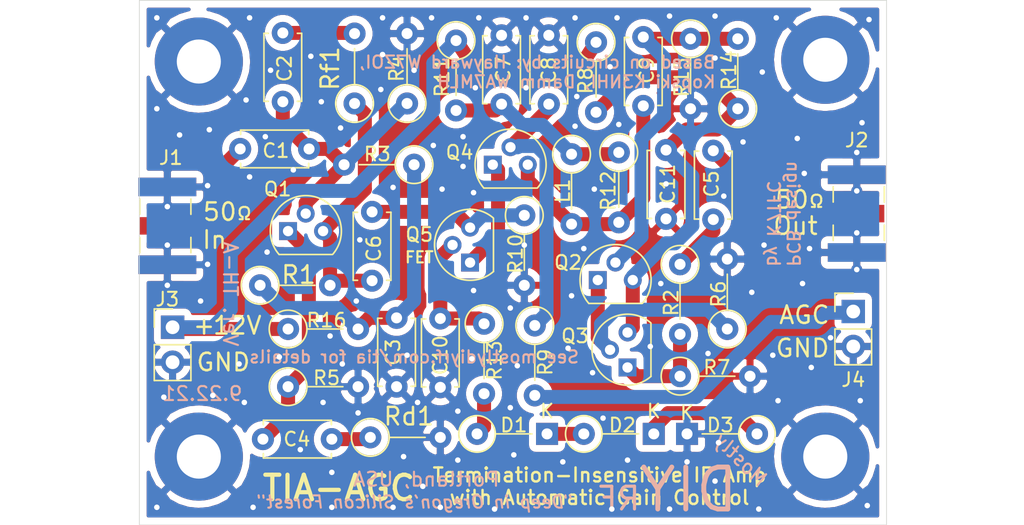
<source format=kicad_pcb>
(kicad_pcb (version 20171130) (host pcbnew 5.1.7-a382d34a8~88~ubuntu18.04.1)
  (layers (0 F.Cu signal) (31 B.Cu signal) (34 B.Paste user hide) (35 F.Paste user hide) (36 B.SilkS user hide) (37 F.SilkS user) (38 B.Mask user hide) (39 F.Mask user hide) (44 Edge.Cuts user))
  (net 0 "")
  (net 1 "Net-(C1-Pad2)")
  (net 2 "Net-(C1-Pad1)")
  (net 3 "Net-(C2-Pad2)")
  (net 4 "Net-(C3-Pad2)")
  (net 5 GND)
  (net 6 "Net-(C4-Pad2)")
  (net 7 "Net-(C4-Pad1)")
  (net 8 "Net-(C5-Pad2)")
  (net 9 "Net-(C5-Pad1)")
  (net 10 "Net-(C6-Pad2)")
  (net 11 "Net-(C6-Pad1)")
  (net 12 "Net-(C7-Pad2)")
  (net 13 "Net-(C8-Pad2)")
  (net 14 "Net-(C9-Pad2)")
  (net 15 "Net-(C9-Pad1)")
  (net 16 "Net-(C10-Pad1)")
  (net 17 "Net-(C11-Pad2)")
  (net 18 "Net-(D1-Pad2)")
  (net 19 "Net-(D1-Pad1)")
  (net 20 "Net-(D2-Pad1)")
  (net 21 +12V)
  (net 22 "Net-(J4-Pad1)")
  (net 23 "Net-(Q2-Pad1)")
  (net 24 "Net-(Q3-Pad1)")
  (net 25 "Net-(Q4-Pad1)")
  (module K7TFC:SMA_EdgeMount_0.062_Samtec (layer F.Cu) (at 84.201 67.056 270)
    (fp_text reference J1 (at -4.953 -0.254 180) (layer F.SilkS))
    (fp_text value Conn_01x02_Male)
    (pad 1 smd rect (at 0 0.2 270) (size 1.27 3.6) (layers F.Cu F.Paste F.Mask) (net 1 "Net-(C1-Pad2)"))
    (pad 2 smd rect (at 2.825 0 270) (size 1.35 4.2) (layers F.Cu F.Paste F.Mask) (net 5 GND))
    (pad 2 smd rect (at -2.825 0 270) (size 1.35 4.2) (layers F.Cu F.Paste F.Mask) (net 5 GND))
    (pad 2 smd rect (at 2.825 0 270) (size 1.35 4.2) (layers B.Cu B.Paste B.Mask) (net 5 GND))
    (pad 2 smd rect (at -2.825 0 270) (size 1.35 4.2) (layers B.Cu B.Paste B.Mask) (net 5 GND))
  )
  (module K7TFC:SMA_EdgeMount_0.062_Samtec (layer F.Cu) (at 134.239 66.167 90)
    (fp_text reference J2 (at 5.334 0) (layer F.SilkS))
    (fp_text value Conn_01x02_Male)
    (pad 1 smd rect (at 0 0.2 90) (size 1.27 3.6) (layers F.Cu F.Paste F.Mask) (net 9 "Net-(C5-Pad1)"))
    (pad 2 smd rect (at 2.825 0 90) (size 1.35 4.2) (layers F.Cu F.Paste F.Mask) (net 5 GND))
    (pad 2 smd rect (at -2.825 0 90) (size 1.35 4.2) (layers F.Cu F.Paste F.Mask) (net 5 GND))
    (pad 2 smd rect (at 2.825 0 90) (size 1.35 4.2) (layers B.Cu B.Paste B.Mask) (net 5 GND))
    (pad 2 smd rect (at -2.825 0 90) (size 1.35 4.2) (layers B.Cu B.Paste B.Mask) (net 5 GND))
  )
  (module MountingHole:MountingHole_3.2mm_M3_Pad (layer F.Cu) (at 86.487 83.82)
    (fp_text reference H3 hide)
    (fp_text value Mounting_Hole_4-40)
    (pad "" thru_hole circle (at 0 0) (size 6.4 6.4) (drill 3.200001) (layers *.Cu *.Mask) (net 5 GND))
  )
  (module MountingHole:MountingHole_3.2mm_M3_Pad (layer F.Cu) (at 131.953 83.82)
    (fp_text reference H4 hide)
    (fp_text value Mounting_Hole_4-40)
    (pad "" thru_hole circle (at 0 0) (size 6.4 6.4) (drill 3.200001) (layers *.Cu *.Mask) (net 5 GND))
  )
  (module K7TFC_Transistors:TO-92L_Pin2_Offset (layer F.Cu) (at 106.172 69.723 90)
    (fp_text reference Q5 (at 2.032 -3.683 180) (layer F.SilkS))
    (fp_text value J310)
    (pad 1 thru_hole rect (at 0 0 180) (size 1.3 1.3) (drill 0.75) (layers *.Cu *.Mask) (net 25 "Net-(Q4-Pad1)"))
    (pad 3 thru_hole circle (at 2.54 0 180) (size 1.3 1.3) (drill 0.75) (layers *.Cu *.Mask) (net 11 "Net-(C6-Pad1)"))
    (pad 2 thru_hole circle (at 1.28 -1.27 180) (size 1.3 1.3) (drill 0.75) (layers *.Cu *.Mask) (net 16 "Net-(C10-Pad1)"))
  )
  (module Resistor_THT:R_Axial_DIN0207_L6.3mm_D2.5mm_P5.08mm_Vertical (layer F.Cu) (at 113.538 61.849 270)
    (fp_text reference L1 (at 2.667 0.635 270) (layer F.SilkS))
    (fp_text value L)
    (pad 2 thru_hole oval (at 5.08 0 270) (size 1.6 1.6) (drill 0.8) (layers *.Cu *.Mask) (net 14 "Net-(C9-Pad2)"))
    (pad 1 thru_hole circle (at 0 0 270) (size 1.6 1.6) (drill 0.8) (layers *.Cu *.Mask) (net 12 "Net-(C7-Pad2)"))
  )
  (module Resistor_THT:R_Axial_DIN0207_L6.3mm_D2.5mm_P5.08mm_Vertical (layer F.Cu) (at 97.79 58.166 90)
    (fp_text reference Rf1 (at 2.54 -1.778 90) (layer F.SilkS) (effects (font (size 1.27 1.27) (thickness 0.1778))))
    (fp_text value 680)
    (pad 2 thru_hole oval (at 5.08 0 90) (size 1.6 1.6) (drill 0.8) (layers *.Cu *.Mask) (net 3 "Net-(C2-Pad2)"))
    (pad 1 thru_hole circle (at 0 0 90) (size 1.6 1.6) (drill 0.8) (layers *.Cu *.Mask) (net 10 "Net-(C6-Pad2)"))
  )
  (module Resistor_THT:R_Axial_DIN0207_L6.3mm_D2.5mm_P5.08mm_Vertical (layer F.Cu) (at 98.933 82.423)
    (fp_text reference Rd1 (at 2.794 -1.524) (layer F.SilkS) (effects (font (size 1.27 1.27) (thickness 0.1778))))
    (fp_text value 15)
    (pad 2 thru_hole oval (at 5.08 0) (size 1.6 1.6) (drill 0.8) (layers *.Cu *.Mask) (net 5 GND))
    (pad 1 thru_hole circle (at 0 0) (size 1.6 1.6) (drill 0.8) (layers *.Cu *.Mask) (net 7 "Net-(C4-Pad1)"))
  )
  (module Resistor_THT:R_Axial_DIN0207_L6.3mm_D2.5mm_P5.08mm_Vertical (layer F.Cu) (at 92.964 74.549)
    (fp_text reference R16 (at 2.794 -0.635) (layer F.SilkS))
    (fp_text value 10)
    (pad 2 thru_hole oval (at 5.08 0) (size 1.6 1.6) (drill 0.8) (layers *.Cu *.Mask) (net 4 "Net-(C3-Pad2)"))
    (pad 1 thru_hole circle (at 0 0) (size 1.6 1.6) (drill 0.8) (layers *.Cu *.Mask) (net 21 +12V))
  )
  (module Resistor_THT:R_Axial_DIN0207_L6.3mm_D2.5mm_P5.08mm_Vertical (layer F.Cu) (at 122.174 53.467 270)
    (fp_text reference R15 (at 2.794 0.635 90) (layer F.SilkS))
    (fp_text value 10K)
    (pad 2 thru_hole oval (at 5.08 0 270) (size 1.6 1.6) (drill 0.8) (layers *.Cu *.Mask) (net 5 GND))
    (pad 1 thru_hole circle (at 0 0 270) (size 1.6 1.6) (drill 0.8) (layers *.Cu *.Mask) (net 15 "Net-(C9-Pad1)"))
  )
  (module Resistor_THT:R_Axial_DIN0207_L6.3mm_D2.5mm_P5.08mm_Vertical (layer F.Cu) (at 125.603 58.547 90)
    (fp_text reference R14 (at 2.794 -0.635 90) (layer F.SilkS))
    (fp_text value 3.0K)
    (pad 2 thru_hole oval (at 5.08 0 90) (size 1.6 1.6) (drill 0.8) (layers *.Cu *.Mask) (net 15 "Net-(C9-Pad1)"))
    (pad 1 thru_hole circle (at 0 0 90) (size 1.6 1.6) (drill 0.8) (layers *.Cu *.Mask) (net 17 "Net-(C11-Pad2)"))
  )
  (module Resistor_THT:R_Axial_DIN0207_L6.3mm_D2.5mm_P5.08mm_Vertical (layer F.Cu) (at 107.188 74.168 270)
    (fp_text reference R13 (at 2.667 -0.762 90) (layer F.SilkS))
    (fp_text value 180)
    (pad 2 thru_hole oval (at 5.08 0 270) (size 1.6 1.6) (drill 0.8) (layers *.Cu *.Mask) (net 18 "Net-(D1-Pad2)"))
    (pad 1 thru_hole circle (at 0 0 270) (size 1.6 1.6) (drill 0.8) (layers *.Cu *.Mask) (net 16 "Net-(C10-Pad1)"))
  )
  (module Resistor_THT:R_Axial_DIN0207_L6.3mm_D2.5mm_P5.08mm_Vertical (layer F.Cu) (at 116.967 61.722 270)
    (fp_text reference R12 (at 2.794 0.762 90) (layer F.SilkS))
    (fp_text value 2.2K)
    (pad 2 thru_hole oval (at 5.08 0 270) (size 1.6 1.6) (drill 0.8) (layers *.Cu *.Mask) (net 14 "Net-(C9-Pad2)"))
    (pad 1 thru_hole circle (at 0 0 270) (size 1.6 1.6) (drill 0.8) (layers *.Cu *.Mask) (net 12 "Net-(C7-Pad2)"))
  )
  (module Resistor_THT:R_Axial_DIN0207_L6.3mm_D2.5mm_P5.08mm_Vertical (layer F.Cu) (at 105.156 53.594 270)
    (fp_text reference R11 (at 2.667 1.016 90) (layer F.SilkS))
    (fp_text value 47)
    (pad 2 thru_hole oval (at 5.08 0 270) (size 1.6 1.6) (drill 0.8) (layers *.Cu *.Mask) (net 12 "Net-(C7-Pad2)"))
    (pad 1 thru_hole circle (at 0 0 270) (size 1.6 1.6) (drill 0.8) (layers *.Cu *.Mask) (net 21 +12V))
  )
  (module Resistor_THT:R_Axial_DIN0207_L6.3mm_D2.5mm_P5.08mm_Vertical (layer F.Cu) (at 110.109 66.294 270)
    (fp_text reference R10 (at 2.794 0.635 90) (layer F.SilkS))
    (fp_text value 2.2K)
    (pad 2 thru_hole oval (at 5.08 0 270) (size 1.6 1.6) (drill 0.8) (layers *.Cu *.Mask) (net 5 GND))
    (pad 1 thru_hole circle (at 0 0 270) (size 1.6 1.6) (drill 0.8) (layers *.Cu *.Mask) (net 11 "Net-(C6-Pad1)"))
  )
  (module Resistor_THT:R_Axial_DIN0207_L6.3mm_D2.5mm_P5.08mm_Vertical (layer F.Cu) (at 110.871 74.295 270)
    (fp_text reference R9 (at 2.667 -0.762 90) (layer F.SilkS))
    (fp_text value 1K)
    (pad 2 thru_hole oval (at 5.08 0 270) (size 1.6 1.6) (drill 0.8) (layers *.Cu *.Mask) (net 22 "Net-(J4-Pad1)"))
    (pad 1 thru_hole circle (at 0 0 270) (size 1.6 1.6) (drill 0.8) (layers *.Cu *.Mask) (net 13 "Net-(C8-Pad2)"))
  )
  (module Resistor_THT:R_Axial_DIN0207_L6.3mm_D2.5mm_P5.08mm_Vertical (layer F.Cu) (at 115.316 53.721 270)
    (fp_text reference R8 (at 2.794 0.762 90) (layer F.SilkS))
    (fp_text value 10)
    (pad 2 thru_hole oval (at 5.08 0 270) (size 1.6 1.6) (drill 0.8) (layers *.Cu *.Mask) (net 17 "Net-(C11-Pad2)"))
    (pad 1 thru_hole circle (at 0 0 270) (size 1.6 1.6) (drill 0.8) (layers *.Cu *.Mask) (net 21 +12V))
  )
  (module Resistor_THT:R_Axial_DIN0207_L6.3mm_D2.5mm_P5.08mm_Vertical (layer F.Cu) (at 121.412 77.978)
    (fp_text reference R7 (at 2.667 -0.635) (layer F.SilkS))
    (fp_text value 470)
    (pad 2 thru_hole oval (at 5.08 0) (size 1.6 1.6) (drill 0.8) (layers *.Cu *.Mask) (net 5 GND))
    (pad 1 thru_hole circle (at 0 0) (size 1.6 1.6) (drill 0.8) (layers *.Cu *.Mask) (net 24 "Net-(Q3-Pad1)"))
  )
  (module Resistor_THT:R_Axial_DIN0207_L6.3mm_D2.5mm_P5.08mm_Vertical (layer F.Cu) (at 124.841 74.549 90)
    (fp_text reference R6 (at 2.54 -0.635 90) (layer F.SilkS))
    (fp_text value 2.2K)
    (pad 2 thru_hole oval (at 5.08 0 90) (size 1.6 1.6) (drill 0.8) (layers *.Cu *.Mask) (net 5 GND))
    (pad 1 thru_hole circle (at 0 0 90) (size 1.6 1.6) (drill 0.8) (layers *.Cu *.Mask) (net 23 "Net-(Q2-Pad1)"))
  )
  (module Resistor_THT:R_Axial_DIN0207_L6.3mm_D2.5mm_P5.08mm_Vertical (layer F.Cu) (at 92.964 78.74)
    (fp_text reference R5 (at 2.794 -0.635) (layer F.SilkS))
    (fp_text value 180)
    (pad 2 thru_hole oval (at 5.08 0) (size 1.6 1.6) (drill 0.8) (layers *.Cu *.Mask) (net 5 GND))
    (pad 1 thru_hole circle (at 0 0) (size 1.6 1.6) (drill 0.8) (layers *.Cu *.Mask) (net 6 "Net-(C4-Pad2)"))
  )
  (module Resistor_THT:R_Axial_DIN0207_L6.3mm_D2.5mm_P5.08mm_Vertical (layer F.Cu) (at 101.6 58.166 90)
    (fp_text reference R4 (at 2.54 -0.762 270) (layer F.SilkS))
    (fp_text value 2.2K)
    (pad 2 thru_hole oval (at 5.08 0 90) (size 1.6 1.6) (drill 0.8) (layers *.Cu *.Mask) (net 5 GND))
    (pad 1 thru_hole circle (at 0 0 90) (size 1.6 1.6) (drill 0.8) (layers *.Cu *.Mask) (net 2 "Net-(C1-Pad1)"))
  )
  (module Resistor_THT:R_Axial_DIN0207_L6.3mm_D2.5mm_P5.08mm_Vertical (layer F.Cu) (at 102.108 62.611 180)
    (fp_text reference R3 (at 2.667 0.762) (layer F.SilkS))
    (fp_text value 10K)
    (pad 2 thru_hole oval (at 5.08 0 180) (size 1.6 1.6) (drill 0.8) (layers *.Cu *.Mask) (net 2 "Net-(C1-Pad1)"))
    (pad 1 thru_hole circle (at 0 0 180) (size 1.6 1.6) (drill 0.8) (layers *.Cu *.Mask) (net 4 "Net-(C3-Pad2)"))
  )
  (module Resistor_THT:R_Axial_DIN0207_L6.3mm_D2.5mm_P5.08mm_Vertical (layer F.Cu) (at 121.412 69.85 270)
    (fp_text reference R2 (at 2.794 0.635 90) (layer F.SilkS))
    (fp_text value 47)
    (pad 2 thru_hole oval (at 5.08 0 270) (size 1.6 1.6) (drill 0.8) (layers *.Cu *.Mask) (net 24 "Net-(Q3-Pad1)"))
    (pad 1 thru_hole circle (at 0 0 270) (size 1.6 1.6) (drill 0.8) (layers *.Cu *.Mask) (net 8 "Net-(C5-Pad2)"))
  )
  (module Resistor_THT:R_Axial_DIN0207_L6.3mm_D2.5mm_P5.08mm_Vertical (layer F.Cu) (at 90.932 71.374)
    (fp_text reference R1 (at 2.794 -0.762) (layer F.SilkS) (effects (font (size 1.27 1.27) (thickness 0.1778))))
    (fp_text value 330)
    (pad 2 thru_hole oval (at 5.08 0) (size 1.6 1.6) (drill 0.8) (layers *.Cu *.Mask) (net 10 "Net-(C6-Pad2)"))
    (pad 1 thru_hole circle (at 0 0) (size 1.6 1.6) (drill 0.8) (layers *.Cu *.Mask) (net 4 "Net-(C3-Pad2)"))
  )
  (module K7TFC_Transistors:TO-92L_Pin2_Offset (layer F.Cu) (at 107.823 62.611)
    (fp_text reference Q4 (at -2.413 -0.889) (layer F.SilkS))
    (fp_text value 2N3904)
    (pad 1 thru_hole rect (at 0 0 90) (size 1.3 1.3) (drill 0.75) (layers *.Cu *.Mask) (net 25 "Net-(Q4-Pad1)"))
    (pad 3 thru_hole circle (at 2.54 0 90) (size 1.3 1.3) (drill 0.75) (layers *.Cu *.Mask) (net 14 "Net-(C9-Pad2)"))
    (pad 2 thru_hole circle (at 1.28 -1.27 90) (size 1.3 1.3) (drill 0.75) (layers *.Cu *.Mask) (net 13 "Net-(C8-Pad2)"))
  )
  (module K7TFC_Transistors:TO-92L_Pin2_Offset (layer F.Cu) (at 117.602 77.343 90)
    (fp_text reference Q3 (at 2.286 -3.81 180) (layer F.SilkS))
    (fp_text value 2N3904)
    (pad 1 thru_hole rect (at 0 0 180) (size 1.3 1.3) (drill 0.75) (layers *.Cu *.Mask) (net 24 "Net-(Q3-Pad1)"))
    (pad 3 thru_hole circle (at 2.54 0 180) (size 1.3 1.3) (drill 0.75) (layers *.Cu *.Mask) (net 17 "Net-(C11-Pad2)"))
    (pad 2 thru_hole circle (at 1.28 -1.27 180) (size 1.3 1.3) (drill 0.75) (layers *.Cu *.Mask) (net 23 "Net-(Q2-Pad1)"))
  )
  (module K7TFC_Transistors:TO-92L_Pin2_Offset (layer F.Cu) (at 115.443 70.993)
    (fp_text reference Q2 (at -2.159 -1.27) (layer F.SilkS))
    (fp_text value 2N3904)
    (pad 1 thru_hole rect (at 0 0 90) (size 1.3 1.3) (drill 0.75) (layers *.Cu *.Mask) (net 23 "Net-(Q2-Pad1)"))
    (pad 3 thru_hole circle (at 2.54 0 90) (size 1.3 1.3) (drill 0.75) (layers *.Cu *.Mask) (net 17 "Net-(C11-Pad2)"))
    (pad 2 thru_hole circle (at 1.28 -1.27 90) (size 1.3 1.3) (drill 0.75) (layers *.Cu *.Mask) (net 15 "Net-(C9-Pad1)"))
  )
  (module K7TFC_Transistors:TO-92L_Pin2_Offset (layer F.Cu) (at 92.964 67.437)
    (fp_text reference Q1 (at -0.762 -3.048) (layer F.SilkS))
    (fp_text value 2N3904)
    (pad 1 thru_hole rect (at 0 0 90) (size 1.3 1.3) (drill 0.75) (layers *.Cu *.Mask) (net 6 "Net-(C4-Pad2)"))
    (pad 3 thru_hole circle (at 2.54 0 90) (size 1.3 1.3) (drill 0.75) (layers *.Cu *.Mask) (net 10 "Net-(C6-Pad2)"))
    (pad 2 thru_hole circle (at 1.28 -1.27 90) (size 1.3 1.3) (drill 0.75) (layers *.Cu *.Mask) (net 2 "Net-(C1-Pad1)"))
  )
  (module Connector_PinHeader_2.54mm:PinHeader_1x02_P2.54mm_Vertical (layer F.Cu) (at 133.985 73.279)
    (fp_text reference J4 (at 0 4.953) (layer F.SilkS))
    (fp_text value Conn_01x02_Male)
    (pad 2 thru_hole oval (at 0 2.54) (size 1.7 1.7) (drill 1) (layers *.Cu *.Mask) (net 5 GND))
    (pad 1 thru_hole rect (at 0 0) (size 1.7 1.7) (drill 1) (layers *.Cu *.Mask) (net 22 "Net-(J4-Pad1)"))
  )
  (module Connector_PinHeader_2.54mm:PinHeader_1x02_P2.54mm_Vertical (layer F.Cu) (at 84.582 74.422)
    (fp_text reference J3 (at -0.381 -2.032) (layer F.SilkS))
    (fp_text value Conn_01x02_Male)
    (pad 2 thru_hole oval (at 0 2.54) (size 1.7 1.7) (drill 1) (layers *.Cu *.Mask) (net 5 GND))
    (pad 1 thru_hole rect (at 0 0) (size 1.7 1.7) (drill 1) (layers *.Cu *.Mask) (net 21 +12V))
  )
  (module Diode_THT:D_DO-35_SOD27_P5.08mm_Vertical_KathodeUp (layer F.Cu) (at 121.92 82.169)
    (fp_text reference D3 (at 2.413 -0.635) (layer F.SilkS))
    (fp_text value D)
    (fp_text user K (at 0 -1.524) (layer F.SilkS))
    (pad 2 thru_hole oval (at 5.08 0) (size 1.6 1.6) (drill 0.8) (layers *.Cu *.Mask) (net 20 "Net-(D2-Pad1)"))
    (pad 1 thru_hole rect (at 0 0) (size 1.6 1.6) (drill 0.8) (layers *.Cu *.Mask) (net 5 GND))
  )
  (module Diode_THT:D_DO-35_SOD27_P5.08mm_Vertical_KathodeUp (layer F.Cu) (at 119.507 82.169 180)
    (fp_text reference D2 (at 2.286 0.635) (layer F.SilkS))
    (fp_text value D)
    (fp_text user K (at 0 1.651) (layer F.SilkS))
    (pad 2 thru_hole oval (at 5.08 0 180) (size 1.6 1.6) (drill 0.8) (layers *.Cu *.Mask) (net 19 "Net-(D1-Pad1)"))
    (pad 1 thru_hole rect (at 0 0 180) (size 1.6 1.6) (drill 0.8) (layers *.Cu *.Mask) (net 20 "Net-(D2-Pad1)"))
  )
  (module Diode_THT:D_DO-35_SOD27_P5.08mm_Vertical_KathodeUp (layer F.Cu) (at 111.76 82.169 180)
    (fp_text reference D1 (at 2.413 0.635) (layer F.SilkS))
    (fp_text value D)
    (fp_text user K (at 0 1.651) (layer F.SilkS))
    (pad 2 thru_hole oval (at 5.08 0 180) (size 1.6 1.6) (drill 0.8) (layers *.Cu *.Mask) (net 18 "Net-(D1-Pad2)"))
    (pad 1 thru_hole rect (at 0 0 180) (size 1.6 1.6) (drill 0.8) (layers *.Cu *.Mask) (net 19 "Net-(D1-Pad1)"))
  )
  (module K7TFC_Passives:Ceramic_Disk_Capacitor_P5.00mm (layer F.Cu) (at 120.396 66.548 90)
    (fp_text reference C11 (at 2.54 0.127 90) (layer F.SilkS))
    (fp_text value 0.10)
    (pad 2 thru_hole circle (at 5 0 90) (size 1.6 1.6) (drill 0.8) (layers *.Cu *.Mask) (net 17 "Net-(C11-Pad2)"))
    (pad 1 thru_hole circle (at 0 0 90) (size 1.6 1.6) (drill 0.8) (layers *.Cu *.Mask) (net 5 GND))
  )
  (module K7TFC_Passives:Ceramic_Disk_Capacitor_P5.00mm (layer F.Cu) (at 104.013 73.787 270)
    (fp_text reference C10 (at 2.667 0 90) (layer F.SilkS))
    (fp_text value 0.10)
    (pad 2 thru_hole circle (at 5 0 270) (size 1.6 1.6) (drill 0.8) (layers *.Cu *.Mask) (net 5 GND))
    (pad 1 thru_hole circle (at 0 0 270) (size 1.6 1.6) (drill 0.8) (layers *.Cu *.Mask) (net 16 "Net-(C10-Pad1)"))
  )
  (module K7TFC_Passives:Ceramic_Disk_Capacitor_P5.00mm (layer F.Cu) (at 118.745 53.34 270)
    (fp_text reference C9 (at 2.413 -0.254 90) (layer F.SilkS))
    (fp_text value 0.10)
    (pad 2 thru_hole circle (at 5 0 270) (size 1.6 1.6) (drill 0.8) (layers *.Cu *.Mask) (net 14 "Net-(C9-Pad2)"))
    (pad 1 thru_hole circle (at 0 0 270) (size 1.6 1.6) (drill 0.8) (layers *.Cu *.Mask) (net 15 "Net-(C9-Pad1)"))
  )
  (module K7TFC_Passives:Ceramic_Disk_Capacitor_P5.00mm (layer F.Cu) (at 111.887 53.213 270)
    (fp_text reference C8 (at 2.54 0 90) (layer F.SilkS))
    (fp_text value 0.10)
    (pad 2 thru_hole circle (at 5 0 270) (size 1.6 1.6) (drill 0.8) (layers *.Cu *.Mask) (net 13 "Net-(C8-Pad2)"))
    (pad 1 thru_hole circle (at 0 0 270) (size 1.6 1.6) (drill 0.8) (layers *.Cu *.Mask) (net 5 GND))
  )
  (module K7TFC_Passives:Ceramic_Disk_Capacitor_P5.00mm (layer F.Cu) (at 108.458 53.213 270)
    (fp_text reference C7 (at 2.5 -0.127 90) (layer F.SilkS))
    (fp_text value 0.10)
    (pad 2 thru_hole circle (at 5 0 270) (size 1.6 1.6) (drill 0.8) (layers *.Cu *.Mask) (net 12 "Net-(C7-Pad2)"))
    (pad 1 thru_hole circle (at 0 0 270) (size 1.6 1.6) (drill 0.8) (layers *.Cu *.Mask) (net 5 GND))
  )
  (module K7TFC_Passives:Ceramic_Disk_Capacitor_P5.00mm (layer F.Cu) (at 99.06 66.04 270)
    (fp_text reference C6 (at 2.667 -0.127 90) (layer F.SilkS))
    (fp_text value 0.10)
    (pad 2 thru_hole circle (at 5 0 270) (size 1.6 1.6) (drill 0.8) (layers *.Cu *.Mask) (net 10 "Net-(C6-Pad2)"))
    (pad 1 thru_hole circle (at 0 0 270) (size 1.6 1.6) (drill 0.8) (layers *.Cu *.Mask) (net 11 "Net-(C6-Pad1)"))
  )
  (module K7TFC_Passives:Ceramic_Disk_Capacitor_P5.00mm (layer F.Cu) (at 123.825 61.595 270)
    (fp_text reference C5 (at 2.413 0.127 90) (layer F.SilkS))
    (fp_text value 0.10)
    (pad 2 thru_hole circle (at 5 0 270) (size 1.6 1.6) (drill 0.8) (layers *.Cu *.Mask) (net 8 "Net-(C5-Pad2)"))
    (pad 1 thru_hole circle (at 0 0 270) (size 1.6 1.6) (drill 0.8) (layers *.Cu *.Mask) (net 9 "Net-(C5-Pad1)"))
  )
  (module K7TFC_Passives:Ceramic_Disk_Capacitor_P5.00mm (layer F.Cu) (at 96.139 82.55 180)
    (fp_text reference C4 (at 2.54 0) (layer F.SilkS))
    (fp_text value 0.10)
    (pad 2 thru_hole circle (at 5 0 180) (size 1.6 1.6) (drill 0.8) (layers *.Cu *.Mask) (net 6 "Net-(C4-Pad2)"))
    (pad 1 thru_hole circle (at 0 0 180) (size 1.6 1.6) (drill 0.8) (layers *.Cu *.Mask) (net 7 "Net-(C4-Pad1)"))
  )
  (module K7TFC_Passives:Ceramic_Disk_Capacitor_P5.00mm (layer F.Cu) (at 100.838 78.74 90)
    (fp_text reference C3 (at 2.5 -0.254 90) (layer F.SilkS))
    (fp_text value 0.10)
    (pad 2 thru_hole circle (at 5 0 90) (size 1.6 1.6) (drill 0.8) (layers *.Cu *.Mask) (net 4 "Net-(C3-Pad2)"))
    (pad 1 thru_hole circle (at 0 0 90) (size 1.6 1.6) (drill 0.8) (layers *.Cu *.Mask) (net 5 GND))
  )
  (module K7TFC_Passives:Ceramic_Disk_Capacitor_P5.00mm (layer F.Cu) (at 92.583 58.039 90)
    (fp_text reference C2 (at 2.413 0.127 90) (layer F.SilkS))
    (fp_text value 0.10)
    (pad 2 thru_hole circle (at 5 0 90) (size 1.6 1.6) (drill 0.8) (layers *.Cu *.Mask) (net 3 "Net-(C2-Pad2)"))
    (pad 1 thru_hole circle (at 0 0 90) (size 1.6 1.6) (drill 0.8) (layers *.Cu *.Mask) (net 2 "Net-(C1-Pad1)"))
  )
  (module K7TFC_Passives:Ceramic_Disk_Capacitor_P5.00mm (layer F.Cu) (at 94.488 61.468 180)
    (fp_text reference C1 (at 2.413 -0.127) (layer F.SilkS))
    (fp_text value 0.10)
    (pad 2 thru_hole circle (at 5 0 180) (size 1.6 1.6) (drill 0.8) (layers *.Cu *.Mask) (net 1 "Net-(C1-Pad2)"))
    (pad 1 thru_hole circle (at 0 0 180) (size 1.6 1.6) (drill 0.8) (layers *.Cu *.Mask) (net 2 "Net-(C1-Pad1)"))
  )
  (module MountingHole:MountingHole_3.2mm_M3_Pad (layer F.Cu) (at 131.953 54.991)
    (fp_text reference H2 hide)
    (fp_text value Mounting_Hole_4-40)
    (pad "" thru_hole circle (at 0 0) (size 6.4 6.4) (drill 3.200001) (layers *.Cu *.Mask) (net 5 GND))
  )
  (module MountingHole:MountingHole_3.2mm_M3_Pad (layer F.Cu) (at 86.487 55.118)
    (fp_text reference H1 hide)
    (fp_text value Mounting_Hole_4-40)
    (pad "" thru_hole circle (at 0 0) (size 6.4 6.4) (drill 3.200001) (layers *.Cu *.Mask) (net 5 GND))
  )
  (gr_text GND (at 130.302 75.946) (layer F.SilkS) (effects (font (size 1.27 1.27) (thickness 0.1778))))
  (gr_text GND (at 88.265 76.962) (layer F.SilkS) (effects (font (size 1.27 1.27) (thickness 0.1778))))
  (gr_text "\"Deep in Oregon's Silicon Forest\"" (at 102.235 87.122) (layer B.SilkS) (effects (font (size 0.889 0.889) (thickness 0.1524) italic) (justify mirror)))
  (gr_text "Portland, USA" (at 102.997 85.471) (layer B.SilkS) (effects (font (size 1.016 1.016) (thickness 0.1524)) (justify mirror)))
  (gr_line (start 82.169 88.773) (end 82.169 50.673) (layer Edge.Cuts) (width 0.05))
  (gr_line (start 136.398 88.773) (end 82.169 88.773) (layer Edge.Cuts) (width 0.05))
  (gr_line (start 136.398 50.673) (end 136.398 88.773) (layer Edge.Cuts) (width 0.05))
  (gr_line (start 82.169 50.673) (end 136.398 50.673) (layer Edge.Cuts) (width 0.05))
  (gr_text "Ver. TH-A" (at 88.773 72.009 270) (layer B.SilkS) (effects (font (size 1.016 1.016) (thickness 0.1524)) (justify mirror)))
  (gr_text 9.22.21 (at 86.741 79.248) (layer B.SilkS) (effects (font (size 1.016 1.016) (thickness 0.1524)) (justify mirror)))
  (gr_text "PCB design\nby K7TFC" (at 128.905 70.104 270) (layer B.SilkS) (effects (font (size 0.889 0.889) (thickness 0.1524)) (justify left mirror)))
  (gr_text "See mostlydiyrf.com/tia for details" (at 102.108 76.581) (layer B.SilkS) (effects (font (size 0.889 0.889) (thickness 0.1524)) (justify mirror)))
  (gr_text Mostly (at 125.857 84.074 -45) (layer B.SilkS) (effects (font (size 1 1) (thickness 0.1524) italic) (justify mirror)))
  (gr_text RF (at 116.967 86.868) (layer B.SilkS) (effects (font (size 1.651 1.651) (thickness 0.2286)) (justify mirror)))
  (gr_text DIY (at 122.047 86.233) (layer B.SilkS) (effects (font (size 3.048 3.048) (thickness 0.3556)) (justify mirror)))
  (gr_text "Based on circuits by: Hayward W7ZOI,\nKopski K3NHI, Damm WA7MLH" (at 124.079 55.88) (layer B.SilkS) (effects (font (size 0.889 0.889) (thickness 0.1524)) (justify left mirror)))
  (gr_text AGC (at 130.429 73.533) (layer F.SilkS) (effects (font (size 1.27 1.27) (thickness 0.1778))))
  (gr_text Out (at 129.794 67.056) (layer F.SilkS) (effects (font (size 1.27 1.27) (thickness 0.1778))))
  (gr_text Ω (at 131.318 65.278) (layer F.SilkS) (effects (font (size 0.889 0.889) (thickness 0.1524))))
  (gr_text 50 (at 129.54 65.151) (layer F.SilkS) (effects (font (size 1.27 1.27) (thickness 0.1778))))
  (gr_text + (at 86.868 74.295) (layer F.SilkS) (effects (font (size 1.27 1.27) (thickness 0.1778))))
  (gr_text Ω (at 89.789 66.167) (layer F.SilkS) (effects (font (size 0.889 0.889) (thickness 0.1524))))
  (gr_text 50 (at 88.011 66.04) (layer F.SilkS) (effects (font (size 1.27 1.27) (thickness 0.1778))))
  (gr_text 12V (at 89.281 74.295) (layer F.SilkS) (effects (font (size 1.27 1.27) (thickness 0.1778))))
  (gr_text In (at 87.63 68.072) (layer F.SilkS) (effects (font (size 1.27 1.27) (thickness 0.1778))))
  (gr_text "Termination-Insensitive IF Amp\nwith Automatic Gain Control" (at 115.57 85.979) (layer F.SilkS) (effects (font (size 1.016 1.016) (thickness 0.1778))))
  (gr_text TIA-AGC (at 96.647 86.106) (layer F.SilkS) (effects (font (size 1.778 1.778) (thickness 0.3048))))
  (gr_text FET (at 102.489 69.342) (layer F.SilkS) (effects (font (size 0.8128 0.8128) (thickness 0.1524))))
  (segment (start 92.583 59.563) (end 94.488 61.468) (width 1.016) (layer F.Cu) (net 2))
  (segment (start 92.583 58.039) (end 92.583 59.563) (width 1.016) (layer F.Cu) (net 2))
  (segment (start 95.885 61.468) (end 97.028 62.611) (width 1.016) (layer F.Cu) (net 2))
  (segment (start 94.488 61.468) (end 95.885 61.468) (width 1.016) (layer F.Cu) (net 2))
  (segment (start 94.244 65.395) (end 97.028 62.611) (width 1.016) (layer F.Cu) (net 2))
  (segment (start 94.244 66.167) (end 94.244 65.395) (width 1.016) (layer F.Cu) (net 2))
  (segment (start 101.473 58.166) (end 97.028 62.611) (width 1.016) (layer B.Cu) (net 2))
  (segment (start 101.6 58.166) (end 101.473 58.166) (width 1.016) (layer B.Cu) (net 2))
  (segment (start 97.743 53.039) (end 97.79 53.086) (width 1.016) (layer F.Cu) (net 3))
  (segment (start 92.583 53.039) (end 97.743 53.039) (width 1.016) (layer F.Cu) (net 3))
  (segment (start 98.853 73.74) (end 98.044 74.549) (width 1.016) (layer F.Cu) (net 4))
  (segment (start 100.838 73.74) (end 98.853 73.74) (width 1.016) (layer F.Cu) (net 4))
  (segment (start 90.932 71.374) (end 91.059 71.247) (width 1.016) (layer B.Cu) (net 4))
  (segment (start 102.108 72.47) (end 100.838 73.74) (width 1.016) (layer B.Cu) (net 4))
  (segment (start 102.108 62.611) (end 102.108 72.47) (width 1.016) (layer B.Cu) (net 4))
  (segment (start 96.52 73.025) (end 98.044 74.549) (width 1.016) (layer B.Cu) (net 4))
  (segment (start 90.932 71.374) (end 92.583 73.025) (width 1.016) (layer B.Cu) (net 4))
  (segment (start 92.583 73.025) (end 96.52 73.025) (width 1.016) (layer B.Cu) (net 4))
  (via (at 120.396 64.008) (size 0.8) (drill 0.4) (layers F.Cu B.Cu) (net 5))
  (via (at 119.253 75.819) (size 0.8) (drill 0.4) (layers F.Cu B.Cu) (net 5))
  (via (at 123.444 76.327) (size 0.8) (drill 0.4) (layers F.Cu B.Cu) (net 5))
  (via (at 104.14 64.389) (size 0.8) (drill 0.4) (layers F.Cu B.Cu) (net 5))
  (via (at 105.664 60.579) (size 0.8) (drill 0.4) (layers F.Cu B.Cu) (net 5))
  (via (at 106.426 64.643) (size 0.8) (drill 0.4) (layers F.Cu B.Cu) (net 5))
  (via (at 103.505 61.214) (size 0.8) (drill 0.4) (layers F.Cu B.Cu) (net 5))
  (via (at 90.17 51.943) (size 0.8) (drill 0.4) (layers F.Cu B.Cu) (net 5))
  (via (at 99.822 51.943) (size 0.8) (drill 0.4) (layers F.Cu B.Cu) (net 5))
  (via (at 103.378 51.943) (size 0.8) (drill 0.4) (layers F.Cu B.Cu) (net 5))
  (via (at 106.807 51.943) (size 0.8) (drill 0.4) (layers F.Cu B.Cu) (net 5))
  (via (at 110.236 51.943) (size 0.8) (drill 0.4) (layers F.Cu B.Cu) (net 5))
  (via (at 113.792 51.943) (size 0.8) (drill 0.4) (layers F.Cu B.Cu) (net 5))
  (via (at 116.84 51.943) (size 0.8) (drill 0.4) (layers F.Cu B.Cu) (net 5))
  (via (at 94.615 54.737) (size 0.8) (drill 0.4) (layers F.Cu B.Cu) (net 5))
  (via (at 99.822 54.61) (size 0.8) (drill 0.4) (layers F.Cu B.Cu) (net 5))
  (via (at 95.377 58.039) (size 0.8) (drill 0.4) (layers F.Cu B.Cu) (net 5))
  (via (at 96.774 59.944) (size 0.8) (drill 0.4) (layers F.Cu B.Cu) (net 5))
  (via (at 99.695 57.15) (size 0.8) (drill 0.4) (layers F.Cu B.Cu) (net 5))
  (via (at 102.108 55.753) (size 0.8) (drill 0.4) (layers F.Cu B.Cu) (net 5))
  (via (at 106.553 57.023) (size 0.8) (drill 0.4) (layers F.Cu B.Cu) (net 5))
  (via (at 110.236 57.023) (size 0.8) (drill 0.4) (layers F.Cu B.Cu) (net 5))
  (via (at 113.919 57.658) (size 0.8) (drill 0.4) (layers F.Cu B.Cu) (net 5))
  (via (at 116.332 55.499) (size 0.8) (drill 0.4) (layers F.Cu B.Cu) (net 5))
  (via (at 120.65 51.816) (size 0.8) (drill 0.4) (layers F.Cu B.Cu) (net 5))
  (via (at 123.952 51.816) (size 0.8) (drill 0.4) (layers F.Cu B.Cu) (net 5))
  (via (at 116.967 59.69) (size 0.8) (drill 0.4) (layers F.Cu B.Cu) (net 5))
  (via (at 113.792 59.817) (size 0.8) (drill 0.4) (layers F.Cu B.Cu) (net 5))
  (via (at 105.664 62.738) (size 0.8) (drill 0.4) (layers F.Cu B.Cu) (net 5))
  (via (at 91.694 55.753) (size 0.8) (drill 0.4) (layers F.Cu B.Cu) (net 5))
  (via (at 89.916 57.912) (size 0.8) (drill 0.4) (layers F.Cu B.Cu) (net 5))
  (via (at 91.313 60.579) (size 0.8) (drill 0.4) (layers F.Cu B.Cu) (net 5))
  (via (at 87.249 60.071) (size 0.8) (drill 0.4) (layers F.Cu B.Cu) (net 5))
  (via (at 85.09 60.452) (size 0.8) (drill 0.4) (layers F.Cu B.Cu) (net 5))
  (via (at 90.17 63.5) (size 0.8) (drill 0.4) (layers F.Cu B.Cu) (net 5))
  (via (at 87.122 64.135) (size 0.8) (drill 0.4) (layers F.Cu B.Cu) (net 5))
  (via (at 93.345 62.992) (size 0.8) (drill 0.4) (layers F.Cu B.Cu) (net 5))
  (via (at 84.201 65.659) (size 0.8) (drill 0.4) (layers F.Cu B.Cu) (net 5))
  (via (at 84.201 68.453) (size 0.8) (drill 0.4) (layers F.Cu B.Cu) (net 5))
  (via (at 84.201 71.374) (size 0.8) (drill 0.4) (layers F.Cu B.Cu) (net 5))
  (via (at 86.614 72.517) (size 0.8) (drill 0.4) (layers F.Cu B.Cu) (net 5))
  (via (at 87.503 79.375) (size 0.8) (drill 0.4) (layers F.Cu B.Cu) (net 5))
  (via (at 83.947 79.502) (size 0.8) (drill 0.4) (layers F.Cu B.Cu) (net 5))
  (via (at 89.408 77.089) (size 0.8) (drill 0.4) (layers F.Cu B.Cu) (net 5))
  (via (at 92.329 76.581) (size 0.8) (drill 0.4) (layers F.Cu B.Cu) (net 5))
  (via (at 89.789 79.883) (size 0.8) (drill 0.4) (layers F.Cu B.Cu) (net 5))
  (via (at 83.439 87.503) (size 0.8) (drill 0.4) (layers F.Cu B.Cu) (net 5))
  (via (at 95.504 79.883) (size 0.8) (drill 0.4) (layers F.Cu B.Cu) (net 5))
  (via (at 90.424 87.503) (size 0.8) (drill 0.4) (layers F.Cu B.Cu) (net 5))
  (via (at 96.139 87.503) (size 0.8) (drill 0.4) (layers F.Cu B.Cu) (net 5))
  (via (at 100.584 87.503) (size 0.8) (drill 0.4) (layers F.Cu B.Cu) (net 5))
  (via (at 104.013 87.503) (size 0.8) (drill 0.4) (layers F.Cu B.Cu) (net 5))
  (via (at 107.95 87.63) (size 0.8) (drill 0.4) (layers F.Cu B.Cu) (net 5))
  (via (at 116.459 87.63) (size 0.8) (drill 0.4) (layers F.Cu B.Cu) (net 5))
  (via (at 120.65 87.63) (size 0.8) (drill 0.4) (layers F.Cu B.Cu) (net 5))
  (via (at 127.127 87.63) (size 0.8) (drill 0.4) (layers F.Cu B.Cu) (net 5))
  (via (at 123.952 85.598) (size 0.8) (drill 0.4) (layers F.Cu B.Cu) (net 5))
  (via (at 121.92 84.201) (size 0.8) (drill 0.4) (layers F.Cu B.Cu) (net 5))
  (via (at 117.602 84.074) (size 0.8) (drill 0.4) (layers F.Cu B.Cu) (net 5))
  (via (at 112.903 84.201) (size 0.8) (drill 0.4) (layers F.Cu B.Cu) (net 5))
  (via (at 109.347 83.693) (size 0.8) (drill 0.4) (layers F.Cu B.Cu) (net 5))
  (via (at 105.283 84.074) (size 0.8) (drill 0.4) (layers F.Cu B.Cu) (net 5))
  (via (at 102.743 85.979) (size 0.8) (drill 0.4) (layers F.Cu B.Cu) (net 5))
  (via (at 101.346 83.82) (size 0.8) (drill 0.4) (layers F.Cu B.Cu) (net 5))
  (via (at 96.139 84.963) (size 0.8) (drill 0.4) (layers F.Cu B.Cu) (net 5))
  (via (at 93.853 83.312) (size 0.8) (drill 0.4) (layers F.Cu B.Cu) (net 5))
  (via (at 98.044 80.645) (size 0.8) (drill 0.4) (layers F.Cu B.Cu) (net 5))
  (via (at 102.362 79.883) (size 0.8) (drill 0.4) (layers F.Cu B.Cu) (net 5))
  (via (at 105.283 80.518) (size 0.8) (drill 0.4) (layers F.Cu B.Cu) (net 5))
  (via (at 109.093 80.264) (size 0.8) (drill 0.4) (layers F.Cu B.Cu) (net 5))
  (via (at 109.601 77.216) (size 0.8) (drill 0.4) (layers F.Cu B.Cu) (net 5))
  (via (at 106.299 76.708) (size 0.8) (drill 0.4) (layers F.Cu B.Cu) (net 5))
  (via (at 96.901 77.089) (size 0.8) (drill 0.4) (layers F.Cu B.Cu) (net 5))
  (via (at 96.012 75.057) (size 0.8) (drill 0.4) (layers F.Cu B.Cu) (net 5))
  (via (at 101.6 76.454) (size 0.8) (drill 0.4) (layers F.Cu B.Cu) (net 5))
  (via (at 115.824 81.026) (size 0.8) (drill 0.4) (layers F.Cu B.Cu) (net 5))
  (via (at 115.062 77.724) (size 0.8) (drill 0.4) (layers F.Cu B.Cu) (net 5))
  (via (at 113.284 75.946) (size 0.8) (drill 0.4) (layers F.Cu B.Cu) (net 5))
  (via (at 124.206 82.804) (size 0.8) (drill 0.4) (layers F.Cu B.Cu) (net 5))
  (via (at 128.524 79.756) (size 0.8) (drill 0.4) (layers F.Cu B.Cu) (net 5))
  (via (at 130.937 77.343) (size 0.8) (drill 0.4) (layers F.Cu B.Cu) (net 5))
  (via (at 132.334 75.184) (size 0.8) (drill 0.4) (layers F.Cu B.Cu) (net 5))
  (via (at 135.001 87.376) (size 0.8) (drill 0.4) (layers F.Cu B.Cu) (net 5))
  (via (at 134.493 79.756) (size 0.8) (drill 0.4) (layers F.Cu B.Cu) (net 5))
  (via (at 128.143 76.454) (size 0.8) (drill 0.4) (layers F.Cu B.Cu) (net 5))
  (via (at 134.239 70.231) (size 0.8) (drill 0.4) (layers F.Cu B.Cu) (net 5))
  (via (at 134.239 67.564) (size 0.8) (drill 0.4) (layers F.Cu B.Cu) (net 5))
  (via (at 130.302 71.247) (size 0.8) (drill 0.4) (layers F.Cu B.Cu) (net 5))
  (via (at 134.62 59.563) (size 0.8) (drill 0.4) (layers F.Cu B.Cu) (net 5))
  (segment (start 89.488 61.468) (end 88.392 62.564) (width 1.016) (layer F.Cu) (net 1))
  (segment (start 86.879158 67.056) (end 84.001 67.056) (width 1.016) (layer F.Cu) (net 1))
  (segment (start 88.392 65.543158) (end 86.879158 67.056) (width 1.016) (layer F.Cu) (net 1))
  (segment (start 88.392 62.564) (end 88.392 65.543158) (width 1.016) (layer F.Cu) (net 1))
  (via (at 134.239 61.722) (size 0.8) (drill 0.4) (layers F.Cu B.Cu) (net 5))
  (via (at 134.239 64.516) (size 0.8) (drill 0.4) (layers F.Cu B.Cu) (net 5))
  (via (at 130.81 68.707) (size 0.8) (drill 0.4) (layers F.Cu B.Cu) (net 5))
  (via (at 126.619 71.882) (size 0.8) (drill 0.4) (layers F.Cu B.Cu) (net 5))
  (via (at 129.921 60.706) (size 0.8) (drill 0.4) (layers F.Cu B.Cu) (net 5))
  (via (at 125.984 60.96) (size 0.8) (drill 0.4) (layers F.Cu B.Cu) (net 5))
  (via (at 130.429 63.246) (size 0.8) (drill 0.4) (layers F.Cu B.Cu) (net 5))
  (via (at 127.508 68.453) (size 0.8) (drill 0.4) (layers F.Cu B.Cu) (net 5))
  (via (at 120.015 71.247) (size 0.8) (drill 0.4) (layers F.Cu B.Cu) (net 5))
  (via (at 114.427 68.707) (size 0.8) (drill 0.4) (layers F.Cu B.Cu) (net 5))
  (via (at 113.538 72.136) (size 0.8) (drill 0.4) (layers F.Cu B.Cu) (net 5))
  (via (at 115.189 64.389) (size 0.8) (drill 0.4) (layers F.Cu B.Cu) (net 5))
  (via (at 124.587 64.897) (size 0.8) (drill 0.4) (layers F.Cu B.Cu) (net 5))
  (via (at 127.381 55.88) (size 0.8) (drill 0.4) (layers F.Cu B.Cu) (net 5))
  (via (at 128.397 51.943) (size 0.8) (drill 0.4) (layers F.Cu B.Cu) (net 5))
  (via (at 123.952 54.864) (size 0.8) (drill 0.4) (layers F.Cu B.Cu) (net 5))
  (via (at 100.584 64.262) (size 0.8) (drill 0.4) (layers F.Cu B.Cu) (net 5))
  (via (at 98.171 68.072) (size 0.8) (drill 0.4) (layers F.Cu B.Cu) (net 5))
  (via (at 106.426 71.755) (size 0.8) (drill 0.4) (layers F.Cu B.Cu) (net 5))
  (via (at 109.093 73.025) (size 0.8) (drill 0.4) (layers F.Cu B.Cu) (net 5))
  (via (at 97.917 72.517) (size 0.8) (drill 0.4) (layers F.Cu B.Cu) (net 5))
  (via (at 91.44 68.961) (size 0.8) (drill 0.4) (layers F.Cu B.Cu) (net 5))
  (via (at 83.439 58.547) (size 0.8) (drill 0.4) (layers F.Cu B.Cu) (net 5))
  (via (at 110.109 68.453) (size 0.8) (drill 0.4) (layers F.Cu B.Cu) (net 5))
  (via (at 87.122 69.85) (size 0.8) (drill 0.4) (layers F.Cu B.Cu) (net 5))
  (via (at 135.128 52.07) (size 0.8) (drill 0.4) (layers F.Cu B.Cu) (net 5))
  (via (at 83.439 51.943) (size 0.8) (drill 0.4) (layers F.Cu B.Cu) (net 5))
  (segment (start 94.472001 68.945001) (end 92.964 67.437) (width 1.016) (layer F.Cu) (net 6))
  (segment (start 94.472001 77.231999) (end 94.472001 68.945001) (width 1.016) (layer F.Cu) (net 6))
  (segment (start 92.964 78.74) (end 94.472001 77.231999) (width 1.016) (layer F.Cu) (net 6))
  (segment (start 92.964 80.725) (end 91.139 82.55) (width 1.016) (layer F.Cu) (net 6))
  (segment (start 92.964 78.74) (end 92.964 80.725) (width 1.016) (layer F.Cu) (net 6))
  (segment (start 98.806 82.55) (end 98.933 82.423) (width 1.016) (layer F.Cu) (net 7))
  (segment (start 96.139 82.55) (end 98.806 82.55) (width 1.016) (layer F.Cu) (net 7))
  (segment (start 123.825 67.437) (end 121.412 69.85) (width 1.016) (layer F.Cu) (net 8))
  (segment (start 123.825 66.595) (end 123.825 67.437) (width 1.016) (layer F.Cu) (net 8))
  (segment (start 128.397 66.167) (end 134.439 66.167) (width 1.016) (layer F.Cu) (net 9))
  (segment (start 123.825 61.595) (end 128.397 66.167) (width 1.016) (layer F.Cu) (net 9))
  (segment (start 96.346 71.04) (end 96.012 71.374) (width 1.016) (layer F.Cu) (net 10))
  (segment (start 99.06 71.04) (end 96.346 71.04) (width 1.016) (layer F.Cu) (net 10))
  (segment (start 96.012 67.945) (end 96.012 71.374) (width 1.016) (layer F.Cu) (net 10))
  (segment (start 95.504 67.437) (end 96.012 67.945) (width 1.016) (layer F.Cu) (net 10))
  (segment (start 98.536001 64.404999) (end 95.504 67.437) (width 1.016) (layer F.Cu) (net 10))
  (segment (start 98.536001 58.912001) (end 98.536001 64.404999) (width 1.016) (layer F.Cu) (net 10))
  (segment (start 97.79 58.166) (end 98.536001 58.912001) (width 1.016) (layer F.Cu) (net 10))
  (segment (start 105.029 66.04) (end 99.06 66.04) (width 1.016) (layer F.Cu) (net 11))
  (segment (start 106.172 67.183) (end 105.029 66.04) (width 1.016) (layer F.Cu) (net 11))
  (segment (start 107.061 66.294) (end 106.172 67.183) (width 1.016) (layer B.Cu) (net 11))
  (segment (start 110.109 66.294) (end 107.061 66.294) (width 1.016) (layer B.Cu) (net 11))
  (segment (start 107.997 58.674) (end 108.458 58.213) (width 1.016) (layer F.Cu) (net 12))
  (segment (start 105.156 58.674) (end 107.997 58.674) (width 1.016) (layer F.Cu) (net 12))
  (segment (start 116.84 61.849) (end 116.967 61.722) (width 1.016) (layer F.Cu) (net 12))
  (segment (start 113.538 61.849) (end 116.84 61.849) (width 1.016) (layer F.Cu) (net 12))
  (segment (start 111.410001 59.721001) (end 113.538 61.849) (width 1.016) (layer B.Cu) (net 12))
  (segment (start 109.966001 59.721001) (end 111.410001 59.721001) (width 1.016) (layer B.Cu) (net 12))
  (segment (start 108.458 58.213) (end 109.966001 59.721001) (width 1.016) (layer B.Cu) (net 12))
  (segment (start 111.887 58.557) (end 109.103 61.341) (width 1.016) (layer F.Cu) (net 13))
  (segment (start 111.887 58.213) (end 111.887 58.557) (width 1.016) (layer F.Cu) (net 13))
  (segment (start 111.721001 73.444999) (end 110.871 74.295) (width 1.016) (layer B.Cu) (net 13))
  (segment (start 111.721001 61.959159) (end 111.721001 73.444999) (width 1.016) (layer B.Cu) (net 13))
  (segment (start 111.014841 61.252999) (end 111.721001 61.959159) (width 1.016) (layer B.Cu) (net 13))
  (segment (start 109.711159 61.252999) (end 111.014841 61.252999) (width 1.016) (layer B.Cu) (net 13))
  (segment (start 109.623158 61.341) (end 109.711159 61.252999) (width 1.016) (layer B.Cu) (net 13))
  (segment (start 109.103 61.341) (end 109.623158 61.341) (width 1.016) (layer B.Cu) (net 13))
  (segment (start 110.363 63.754) (end 113.538 66.929) (width 1.016) (layer F.Cu) (net 14))
  (segment (start 110.363 62.611) (end 110.363 63.754) (width 1.016) (layer F.Cu) (net 14))
  (segment (start 116.84 66.929) (end 116.967 66.802) (width 1.016) (layer F.Cu) (net 14))
  (segment (start 113.538 66.929) (end 116.84 66.929) (width 1.016) (layer F.Cu) (net 14))
  (segment (start 118.745 65.024) (end 116.967 66.802) (width 1.016) (layer F.Cu) (net 14))
  (segment (start 118.745 58.34) (end 118.745 65.024) (width 1.016) (layer F.Cu) (net 14))
  (segment (start 118.872 53.467) (end 118.745 53.34) (width 1.016) (layer F.Cu) (net 15))
  (segment (start 125.603 53.467) (end 118.872 53.467) (width 1.016) (layer F.Cu) (net 15))
  (segment (start 120.253001 59.063841) (end 120.253001 54.848001) (width 1.016) (layer B.Cu) (net 15))
  (segment (start 116.723 69.723) (end 118.618 67.828) (width 1.016) (layer B.Cu) (net 15))
  (segment (start 120.253001 54.848001) (end 118.745 53.34) (width 1.016) (layer B.Cu) (net 15))
  (segment (start 118.618 60.698842) (end 120.253001 59.063841) (width 1.016) (layer B.Cu) (net 15))
  (segment (start 118.618 67.828) (end 118.618 60.698842) (width 1.016) (layer B.Cu) (net 15))
  (segment (start 106.807 73.787) (end 107.188 74.168) (width 1.016) (layer F.Cu) (net 16))
  (segment (start 104.013 73.787) (end 106.807 73.787) (width 1.016) (layer F.Cu) (net 16))
  (segment (start 104.902 68.443) (end 104.912 68.443) (width 1.016) (layer F.Cu) (net 16))
  (segment (start 103.886 69.459) (end 104.902 68.443) (width 1.016) (layer F.Cu) (net 16))
  (segment (start 103.886 71.501) (end 103.886 69.459) (width 1.016) (layer F.Cu) (net 16))
  (segment (start 104.013 73.787) (end 104.013 71.628) (width 1.016) (layer F.Cu) (net 16))
  (segment (start 104.013 71.628) (end 103.886 71.501) (width 1.016) (layer F.Cu) (net 16))
  (segment (start 124.094999 60.055001) (end 121.888999 60.055001) (width 1.016) (layer F.Cu) (net 17))
  (segment (start 121.888999 60.055001) (end 120.396 61.548) (width 1.016) (layer F.Cu) (net 17))
  (segment (start 125.603 58.547) (end 124.094999 60.055001) (width 1.016) (layer F.Cu) (net 17))
  (segment (start 117.983 74.422) (end 117.602 74.803) (width 1.016) (layer F.Cu) (net 17))
  (segment (start 117.983 70.993) (end 117.983 74.422) (width 1.016) (layer F.Cu) (net 17))
  (segment (start 122.301 67.056) (end 122.301 63.453) (width 1.016) (layer B.Cu) (net 17))
  (segment (start 121.031 68.326) (end 122.301 67.056) (width 1.016) (layer B.Cu) (net 17))
  (segment (start 120.396 68.326) (end 121.031 68.326) (width 1.016) (layer B.Cu) (net 17))
  (segment (start 122.301 63.453) (end 120.396 61.548) (width 1.016) (layer B.Cu) (net 17))
  (segment (start 117.983 70.993) (end 117.983 70.739) (width 1.016) (layer B.Cu) (net 17))
  (segment (start 117.983 70.739) (end 120.396 68.326) (width 1.016) (layer B.Cu) (net 17))
  (segment (start 117.856 56.261) (end 115.316 58.801) (width 1.016) (layer F.Cu) (net 17))
  (segment (start 125.603 58.547) (end 123.317 56.261) (width 1.016) (layer F.Cu) (net 17))
  (segment (start 123.317 56.261) (end 117.856 56.261) (width 1.016) (layer F.Cu) (net 17))
  (segment (start 107.188 81.661) (end 106.68 82.169) (width 1.016) (layer F.Cu) (net 18))
  (segment (start 107.188 79.248) (end 107.188 81.661) (width 1.016) (layer F.Cu) (net 18))
  (segment (start 114.427 82.169) (end 111.76 82.169) (width 1.016) (layer F.Cu) (net 19))
  (segment (start 125.491999 80.660999) (end 127 82.169) (width 1.016) (layer F.Cu) (net 20))
  (segment (start 120.553599 80.660999) (end 125.491999 80.660999) (width 1.016) (layer F.Cu) (net 20))
  (segment (start 119.507 81.707598) (end 120.553599 80.660999) (width 1.016) (layer F.Cu) (net 20))
  (segment (start 119.507 82.169) (end 119.507 81.707598) (width 1.016) (layer F.Cu) (net 20))
  (segment (start 114.173 55.499) (end 115.316 53.721) (width 1.016) (layer F.Cu) (net 21))
  (segment (start 105.156 53.594) (end 106.426 55.499) (width 1.016) (layer F.Cu) (net 21))
  (segment (start 106.426 55.499) (end 114.173 55.499) (width 1.016) (layer F.Cu) (net 21))
  (segment (start 88.807001 73.117999) (end 87.503 74.422) (width 1.016) (layer B.Cu) (net 21))
  (segment (start 103.505 55.245) (end 103.505 58.674) (width 1.016) (layer B.Cu) (net 21))
  (segment (start 87.503 74.422) (end 84.582 74.422) (width 1.016) (layer B.Cu) (net 21))
  (segment (start 105.156 53.594) (end 103.505 55.245) (width 1.016) (layer B.Cu) (net 21))
  (segment (start 97.663 64.516) (end 93.310598 64.516) (width 1.016) (layer B.Cu) (net 21))
  (segment (start 103.505 58.674) (end 97.663 64.516) (width 1.016) (layer B.Cu) (net 21))
  (segment (start 88.807001 69.019597) (end 88.807001 73.117999) (width 1.016) (layer B.Cu) (net 21))
  (segment (start 93.310598 64.516) (end 88.807001 69.019597) (width 1.016) (layer B.Cu) (net 21))
  (segment (start 84.709 74.549) (end 84.582 74.422) (width 1.016) (layer F.Cu) (net 21))
  (segment (start 92.964 74.549) (end 84.709 74.549) (width 1.016) (layer F.Cu) (net 21))
  (segment (start 110.982001 79.486001) (end 110.871 79.375) (width 1.016) (layer B.Cu) (net 22))
  (segment (start 128.016 74.041) (end 122.570999 79.486001) (width 1.016) (layer B.Cu) (net 22))
  (segment (start 122.570999 79.486001) (end 110.982001 79.486001) (width 1.016) (layer B.Cu) (net 22))
  (segment (start 133.892999 73.371001) (end 133.985 73.279) (width 1.016) (layer B.Cu) (net 22))
  (segment (start 131.987999 73.371001) (end 133.892999 73.371001) (width 1.016) (layer B.Cu) (net 22))
  (segment (start 131.318 74.041) (end 131.987999 73.371001) (width 1.016) (layer B.Cu) (net 22))
  (segment (start 128.016 74.041) (end 131.318 74.041) (width 1.016) (layer B.Cu) (net 22))
  (segment (start 115.443 75.174) (end 116.332 76.063) (width 1.016) (layer F.Cu) (net 23))
  (segment (start 115.443 70.993) (end 115.443 75.174) (width 1.016) (layer F.Cu) (net 23))
  (segment (start 115.682001 74.182999) (end 115.682001 75.413001) (width 1.016) (layer B.Cu) (net 23))
  (segment (start 115.682001 75.413001) (end 116.332 76.063) (width 1.016) (layer B.Cu) (net 23))
  (segment (start 116.713 73.152) (end 115.682001 74.182999) (width 1.016) (layer B.Cu) (net 23))
  (segment (start 124.841 74.549) (end 123.444 73.152) (width 1.016) (layer B.Cu) (net 23))
  (segment (start 123.444 73.152) (end 116.713 73.152) (width 1.016) (layer B.Cu) (net 23))
  (segment (start 118.237 77.978) (end 117.602 77.343) (width 1.016) (layer F.Cu) (net 24))
  (segment (start 121.412 77.978) (end 118.237 77.978) (width 1.016) (layer F.Cu) (net 24))
  (segment (start 121.412 74.93) (end 121.412 77.978) (width 1.016) (layer F.Cu) (net 24))
  (segment (start 108.204 67.691) (end 106.172 69.723) (width 1.016) (layer F.Cu) (net 25))
  (segment (start 107.823 62.611) (end 108.204 62.992) (width 1.016) (layer F.Cu) (net 25))
  (segment (start 108.204 62.992) (end 108.204 67.691) (width 1.016) (layer F.Cu) (net 25))
  (zone (net 5) (net_name GND) (layer F.Cu) (connect_pads (clearance 0.508)) (min_thickness 0.254) (fill yes (arc_segments 32) (thermal_gap 0.508) (thermal_bridge_width 0.508))
    (polygon (pts (xy 136.398 88.773) (xy 82.169 88.773) (xy 82.169 50.673) (xy 136.398 50.673)))
  )
  (zone (net 5) (net_name GND) (layer B.Cu) (connect_pads (clearance 0.508)) (min_thickness 0.254) (fill yes (arc_segments 32) (thermal_gap 0.508) (thermal_bridge_width 0.508))
    (polygon (pts (xy 136.398 88.773) (xy 82.169 88.773) (xy 82.169 50.673) (xy 136.398 50.673)))
  )
)
</source>
